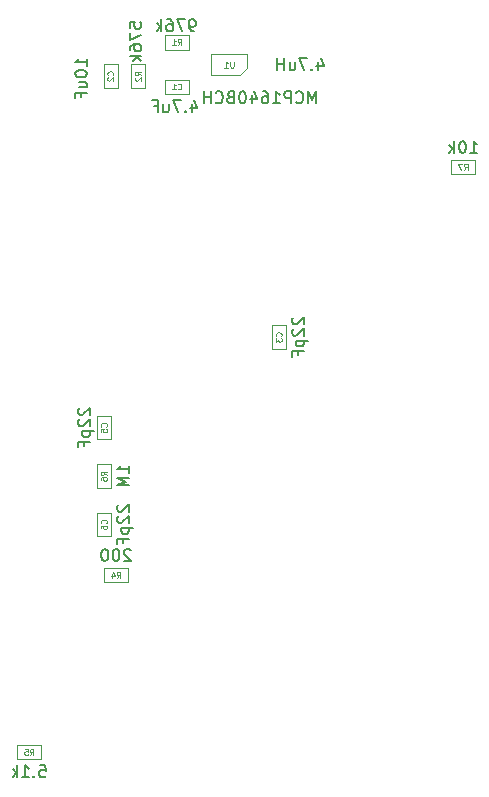
<source format=gbr>
G04 #@! TF.GenerationSoftware,KiCad,Pcbnew,5.0.1-33cea8e~68~ubuntu18.04.1*
G04 #@! TF.CreationDate,2018-11-21T16:18:05-05:00*
G04 #@! TF.ProjectId,samn,73616D6E2E6B696361645F7063620000,5*
G04 #@! TF.SameCoordinates,Original*
G04 #@! TF.FileFunction,Other,Fab,Bot*
%FSLAX46Y46*%
G04 Gerber Fmt 4.6, Leading zero omitted, Abs format (unit mm)*
G04 Created by KiCad (PCBNEW 5.0.1-33cea8e~68~ubuntu18.04.1) date Wed 21 Nov 2018 04:18:05 PM EST*
%MOMM*%
%LPD*%
G01*
G04 APERTURE LIST*
%ADD10C,0.100000*%
%ADD11C,0.150000*%
%ADD12C,0.080000*%
%ADD13C,0.075000*%
G04 APERTURE END LIST*
D10*
G04 #@! TO.C,R7*
X61050000Y-31750000D02*
X59050000Y-31750000D01*
X61050000Y-32950000D02*
X61050000Y-31750000D01*
X59050000Y-32950000D02*
X61050000Y-32950000D01*
X59050000Y-31750000D02*
X59050000Y-32950000D01*
G04 #@! TO.C,C2*
X29600000Y-23650000D02*
X29600000Y-25650000D01*
X30800000Y-23650000D02*
X29600000Y-23650000D01*
X30800000Y-25650000D02*
X30800000Y-23650000D01*
X29600000Y-25650000D02*
X30800000Y-25650000D01*
G04 #@! TO.C,C3*
X45050000Y-47750000D02*
X45050000Y-45750000D01*
X43850000Y-47750000D02*
X45050000Y-47750000D01*
X43850000Y-45750000D02*
X43850000Y-47750000D01*
X45050000Y-45750000D02*
X43850000Y-45750000D01*
G04 #@! TO.C,C5*
X29050000Y-53400000D02*
X29050000Y-55400000D01*
X30250000Y-53400000D02*
X29050000Y-53400000D01*
X30250000Y-55400000D02*
X30250000Y-53400000D01*
X29050000Y-55400000D02*
X30250000Y-55400000D01*
G04 #@! TO.C,C6*
X30250000Y-63600000D02*
X30250000Y-61600000D01*
X29050000Y-63600000D02*
X30250000Y-63600000D01*
X29050000Y-61600000D02*
X29050000Y-63600000D01*
X30250000Y-61600000D02*
X29050000Y-61600000D01*
G04 #@! TO.C,C1*
X34800000Y-26150000D02*
X36800000Y-26150000D01*
X34800000Y-24950000D02*
X34800000Y-26150000D01*
X36800000Y-24950000D02*
X34800000Y-24950000D01*
X36800000Y-26150000D02*
X36800000Y-24950000D01*
G04 #@! TO.C,U1*
X41787600Y-22795000D02*
X38687600Y-22795000D01*
X38687600Y-22795000D02*
X38687600Y-24595000D01*
X41137600Y-24595000D02*
X38687600Y-24595000D01*
X41787600Y-22795000D02*
X41787600Y-23945000D01*
X41137600Y-24595000D02*
X41787600Y-23945000D01*
G04 #@! TO.C,R4*
X31650000Y-66300000D02*
X29650000Y-66300000D01*
X31650000Y-67500000D02*
X31650000Y-66300000D01*
X29650000Y-67500000D02*
X31650000Y-67500000D01*
X29650000Y-66300000D02*
X29650000Y-67500000D01*
G04 #@! TO.C,R1*
X36800000Y-21200000D02*
X34800000Y-21200000D01*
X36800000Y-22400000D02*
X36800000Y-21200000D01*
X34800000Y-22400000D02*
X36800000Y-22400000D01*
X34800000Y-21200000D02*
X34800000Y-22400000D01*
G04 #@! TO.C,R2*
X33150000Y-25650000D02*
X33150000Y-23650000D01*
X31950000Y-25650000D02*
X33150000Y-25650000D01*
X31950000Y-23650000D02*
X31950000Y-25650000D01*
X33150000Y-23650000D02*
X31950000Y-23650000D01*
G04 #@! TO.C,R5*
X22300000Y-82500000D02*
X24300000Y-82500000D01*
X22300000Y-81300000D02*
X22300000Y-82500000D01*
X24300000Y-81300000D02*
X22300000Y-81300000D01*
X24300000Y-82500000D02*
X24300000Y-81300000D01*
G04 #@! TO.C,R6*
X30250000Y-59500000D02*
X30250000Y-57500000D01*
X29050000Y-59500000D02*
X30250000Y-59500000D01*
X29050000Y-57500000D02*
X29050000Y-59500000D01*
X30250000Y-57500000D02*
X29050000Y-57500000D01*
G04 #@! TD*
G04 #@! TO.C,R7*
D11*
X60645238Y-31152380D02*
X61216666Y-31152380D01*
X60930952Y-31152380D02*
X60930952Y-30152380D01*
X61026190Y-30295238D01*
X61121428Y-30390476D01*
X61216666Y-30438095D01*
X60026190Y-30152380D02*
X59930952Y-30152380D01*
X59835714Y-30200000D01*
X59788095Y-30247619D01*
X59740476Y-30342857D01*
X59692857Y-30533333D01*
X59692857Y-30771428D01*
X59740476Y-30961904D01*
X59788095Y-31057142D01*
X59835714Y-31104761D01*
X59930952Y-31152380D01*
X60026190Y-31152380D01*
X60121428Y-31104761D01*
X60169047Y-31057142D01*
X60216666Y-30961904D01*
X60264285Y-30771428D01*
X60264285Y-30533333D01*
X60216666Y-30342857D01*
X60169047Y-30247619D01*
X60121428Y-30200000D01*
X60026190Y-30152380D01*
X59264285Y-31152380D02*
X59264285Y-30152380D01*
X59169047Y-30771428D02*
X58883333Y-31152380D01*
X58883333Y-30485714D02*
X59264285Y-30866666D01*
D12*
X60133333Y-32576190D02*
X60300000Y-32338095D01*
X60419047Y-32576190D02*
X60419047Y-32076190D01*
X60228571Y-32076190D01*
X60180952Y-32100000D01*
X60157142Y-32123809D01*
X60133333Y-32171428D01*
X60133333Y-32242857D01*
X60157142Y-32290476D01*
X60180952Y-32314285D01*
X60228571Y-32338095D01*
X60419047Y-32338095D01*
X59966666Y-32076190D02*
X59633333Y-32076190D01*
X59847619Y-32576190D01*
G04 #@! TO.C,L1*
D11*
X47750000Y-23485714D02*
X47750000Y-24152380D01*
X47988095Y-23104761D02*
X48226190Y-23819047D01*
X47607142Y-23819047D01*
X47226190Y-24057142D02*
X47178571Y-24104761D01*
X47226190Y-24152380D01*
X47273809Y-24104761D01*
X47226190Y-24057142D01*
X47226190Y-24152380D01*
X46845238Y-23152380D02*
X46178571Y-23152380D01*
X46607142Y-24152380D01*
X45369047Y-23485714D02*
X45369047Y-24152380D01*
X45797619Y-23485714D02*
X45797619Y-24009523D01*
X45750000Y-24104761D01*
X45654761Y-24152380D01*
X45511904Y-24152380D01*
X45416666Y-24104761D01*
X45369047Y-24057142D01*
X44892857Y-24152380D02*
X44892857Y-23152380D01*
X44892857Y-23628571D02*
X44321428Y-23628571D01*
X44321428Y-24152380D02*
X44321428Y-23152380D01*
G04 #@! TO.C,C2*
X28202380Y-23778571D02*
X28202380Y-23207142D01*
X28202380Y-23492857D02*
X27202380Y-23492857D01*
X27345238Y-23397619D01*
X27440476Y-23302380D01*
X27488095Y-23207142D01*
X27202380Y-24397619D02*
X27202380Y-24492857D01*
X27250000Y-24588095D01*
X27297619Y-24635714D01*
X27392857Y-24683333D01*
X27583333Y-24730952D01*
X27821428Y-24730952D01*
X28011904Y-24683333D01*
X28107142Y-24635714D01*
X28154761Y-24588095D01*
X28202380Y-24492857D01*
X28202380Y-24397619D01*
X28154761Y-24302380D01*
X28107142Y-24254761D01*
X28011904Y-24207142D01*
X27821428Y-24159523D01*
X27583333Y-24159523D01*
X27392857Y-24207142D01*
X27297619Y-24254761D01*
X27250000Y-24302380D01*
X27202380Y-24397619D01*
X27535714Y-25588095D02*
X28202380Y-25588095D01*
X27535714Y-25159523D02*
X28059523Y-25159523D01*
X28154761Y-25207142D01*
X28202380Y-25302380D01*
X28202380Y-25445238D01*
X28154761Y-25540476D01*
X28107142Y-25588095D01*
X27678571Y-26397619D02*
X27678571Y-26064285D01*
X28202380Y-26064285D02*
X27202380Y-26064285D01*
X27202380Y-26540476D01*
D12*
X30378571Y-24566666D02*
X30402380Y-24542857D01*
X30426190Y-24471428D01*
X30426190Y-24423809D01*
X30402380Y-24352380D01*
X30354761Y-24304761D01*
X30307142Y-24280952D01*
X30211904Y-24257142D01*
X30140476Y-24257142D01*
X30045238Y-24280952D01*
X29997619Y-24304761D01*
X29950000Y-24352380D01*
X29926190Y-24423809D01*
X29926190Y-24471428D01*
X29950000Y-24542857D01*
X29973809Y-24566666D01*
X29973809Y-24757142D02*
X29950000Y-24780952D01*
X29926190Y-24828571D01*
X29926190Y-24947619D01*
X29950000Y-24995238D01*
X29973809Y-25019047D01*
X30021428Y-25042857D01*
X30069047Y-25042857D01*
X30140476Y-25019047D01*
X30426190Y-24733333D01*
X30426190Y-25042857D01*
G04 #@! TO.C,C3*
D11*
X45647619Y-45107142D02*
X45600000Y-45154761D01*
X45552380Y-45250000D01*
X45552380Y-45488095D01*
X45600000Y-45583333D01*
X45647619Y-45630952D01*
X45742857Y-45678571D01*
X45838095Y-45678571D01*
X45980952Y-45630952D01*
X46552380Y-45059523D01*
X46552380Y-45678571D01*
X45647619Y-46059523D02*
X45600000Y-46107142D01*
X45552380Y-46202380D01*
X45552380Y-46440476D01*
X45600000Y-46535714D01*
X45647619Y-46583333D01*
X45742857Y-46630952D01*
X45838095Y-46630952D01*
X45980952Y-46583333D01*
X46552380Y-46011904D01*
X46552380Y-46630952D01*
X45885714Y-47059523D02*
X46885714Y-47059523D01*
X45933333Y-47059523D02*
X45885714Y-47154761D01*
X45885714Y-47345238D01*
X45933333Y-47440476D01*
X45980952Y-47488095D01*
X46076190Y-47535714D01*
X46361904Y-47535714D01*
X46457142Y-47488095D01*
X46504761Y-47440476D01*
X46552380Y-47345238D01*
X46552380Y-47154761D01*
X46504761Y-47059523D01*
X46028571Y-48297619D02*
X46028571Y-47964285D01*
X46552380Y-47964285D02*
X45552380Y-47964285D01*
X45552380Y-48440476D01*
D12*
X44628571Y-46666666D02*
X44652380Y-46642857D01*
X44676190Y-46571428D01*
X44676190Y-46523809D01*
X44652380Y-46452380D01*
X44604761Y-46404761D01*
X44557142Y-46380952D01*
X44461904Y-46357142D01*
X44390476Y-46357142D01*
X44295238Y-46380952D01*
X44247619Y-46404761D01*
X44200000Y-46452380D01*
X44176190Y-46523809D01*
X44176190Y-46571428D01*
X44200000Y-46642857D01*
X44223809Y-46666666D01*
X44176190Y-46833333D02*
X44176190Y-47142857D01*
X44366666Y-46976190D01*
X44366666Y-47047619D01*
X44390476Y-47095238D01*
X44414285Y-47119047D01*
X44461904Y-47142857D01*
X44580952Y-47142857D01*
X44628571Y-47119047D01*
X44652380Y-47095238D01*
X44676190Y-47047619D01*
X44676190Y-46904761D01*
X44652380Y-46857142D01*
X44628571Y-46833333D01*
G04 #@! TO.C,C5*
D11*
X27547619Y-52757142D02*
X27500000Y-52804761D01*
X27452380Y-52900000D01*
X27452380Y-53138095D01*
X27500000Y-53233333D01*
X27547619Y-53280952D01*
X27642857Y-53328571D01*
X27738095Y-53328571D01*
X27880952Y-53280952D01*
X28452380Y-52709523D01*
X28452380Y-53328571D01*
X27547619Y-53709523D02*
X27500000Y-53757142D01*
X27452380Y-53852380D01*
X27452380Y-54090476D01*
X27500000Y-54185714D01*
X27547619Y-54233333D01*
X27642857Y-54280952D01*
X27738095Y-54280952D01*
X27880952Y-54233333D01*
X28452380Y-53661904D01*
X28452380Y-54280952D01*
X27785714Y-54709523D02*
X28785714Y-54709523D01*
X27833333Y-54709523D02*
X27785714Y-54804761D01*
X27785714Y-54995238D01*
X27833333Y-55090476D01*
X27880952Y-55138095D01*
X27976190Y-55185714D01*
X28261904Y-55185714D01*
X28357142Y-55138095D01*
X28404761Y-55090476D01*
X28452380Y-54995238D01*
X28452380Y-54804761D01*
X28404761Y-54709523D01*
X27928571Y-55947619D02*
X27928571Y-55614285D01*
X28452380Y-55614285D02*
X27452380Y-55614285D01*
X27452380Y-56090476D01*
D12*
X29828571Y-54316666D02*
X29852380Y-54292857D01*
X29876190Y-54221428D01*
X29876190Y-54173809D01*
X29852380Y-54102380D01*
X29804761Y-54054761D01*
X29757142Y-54030952D01*
X29661904Y-54007142D01*
X29590476Y-54007142D01*
X29495238Y-54030952D01*
X29447619Y-54054761D01*
X29400000Y-54102380D01*
X29376190Y-54173809D01*
X29376190Y-54221428D01*
X29400000Y-54292857D01*
X29423809Y-54316666D01*
X29376190Y-54769047D02*
X29376190Y-54530952D01*
X29614285Y-54507142D01*
X29590476Y-54530952D01*
X29566666Y-54578571D01*
X29566666Y-54697619D01*
X29590476Y-54745238D01*
X29614285Y-54769047D01*
X29661904Y-54792857D01*
X29780952Y-54792857D01*
X29828571Y-54769047D01*
X29852380Y-54745238D01*
X29876190Y-54697619D01*
X29876190Y-54578571D01*
X29852380Y-54530952D01*
X29828571Y-54507142D01*
G04 #@! TO.C,C6*
D11*
X30847619Y-60957142D02*
X30800000Y-61004761D01*
X30752380Y-61100000D01*
X30752380Y-61338095D01*
X30800000Y-61433333D01*
X30847619Y-61480952D01*
X30942857Y-61528571D01*
X31038095Y-61528571D01*
X31180952Y-61480952D01*
X31752380Y-60909523D01*
X31752380Y-61528571D01*
X30847619Y-61909523D02*
X30800000Y-61957142D01*
X30752380Y-62052380D01*
X30752380Y-62290476D01*
X30800000Y-62385714D01*
X30847619Y-62433333D01*
X30942857Y-62480952D01*
X31038095Y-62480952D01*
X31180952Y-62433333D01*
X31752380Y-61861904D01*
X31752380Y-62480952D01*
X31085714Y-62909523D02*
X32085714Y-62909523D01*
X31133333Y-62909523D02*
X31085714Y-63004761D01*
X31085714Y-63195238D01*
X31133333Y-63290476D01*
X31180952Y-63338095D01*
X31276190Y-63385714D01*
X31561904Y-63385714D01*
X31657142Y-63338095D01*
X31704761Y-63290476D01*
X31752380Y-63195238D01*
X31752380Y-63004761D01*
X31704761Y-62909523D01*
X31228571Y-64147619D02*
X31228571Y-63814285D01*
X31752380Y-63814285D02*
X30752380Y-63814285D01*
X30752380Y-64290476D01*
D12*
X29828571Y-62516666D02*
X29852380Y-62492857D01*
X29876190Y-62421428D01*
X29876190Y-62373809D01*
X29852380Y-62302380D01*
X29804761Y-62254761D01*
X29757142Y-62230952D01*
X29661904Y-62207142D01*
X29590476Y-62207142D01*
X29495238Y-62230952D01*
X29447619Y-62254761D01*
X29400000Y-62302380D01*
X29376190Y-62373809D01*
X29376190Y-62421428D01*
X29400000Y-62492857D01*
X29423809Y-62516666D01*
X29376190Y-62945238D02*
X29376190Y-62850000D01*
X29400000Y-62802380D01*
X29423809Y-62778571D01*
X29495238Y-62730952D01*
X29590476Y-62707142D01*
X29780952Y-62707142D01*
X29828571Y-62730952D01*
X29852380Y-62754761D01*
X29876190Y-62802380D01*
X29876190Y-62897619D01*
X29852380Y-62945238D01*
X29828571Y-62969047D01*
X29780952Y-62992857D01*
X29661904Y-62992857D01*
X29614285Y-62969047D01*
X29590476Y-62945238D01*
X29566666Y-62897619D01*
X29566666Y-62802380D01*
X29590476Y-62754761D01*
X29614285Y-62730952D01*
X29661904Y-62707142D01*
G04 #@! TO.C,C1*
D11*
X37054761Y-27035714D02*
X37054761Y-27702380D01*
X37292857Y-26654761D02*
X37530952Y-27369047D01*
X36911904Y-27369047D01*
X36530952Y-27607142D02*
X36483333Y-27654761D01*
X36530952Y-27702380D01*
X36578571Y-27654761D01*
X36530952Y-27607142D01*
X36530952Y-27702380D01*
X36150000Y-26702380D02*
X35483333Y-26702380D01*
X35911904Y-27702380D01*
X34673809Y-27035714D02*
X34673809Y-27702380D01*
X35102380Y-27035714D02*
X35102380Y-27559523D01*
X35054761Y-27654761D01*
X34959523Y-27702380D01*
X34816666Y-27702380D01*
X34721428Y-27654761D01*
X34673809Y-27607142D01*
X33864285Y-27178571D02*
X34197619Y-27178571D01*
X34197619Y-27702380D02*
X34197619Y-26702380D01*
X33721428Y-26702380D01*
D12*
X35883333Y-25728571D02*
X35907142Y-25752380D01*
X35978571Y-25776190D01*
X36026190Y-25776190D01*
X36097619Y-25752380D01*
X36145238Y-25704761D01*
X36169047Y-25657142D01*
X36192857Y-25561904D01*
X36192857Y-25490476D01*
X36169047Y-25395238D01*
X36145238Y-25347619D01*
X36097619Y-25300000D01*
X36026190Y-25276190D01*
X35978571Y-25276190D01*
X35907142Y-25300000D01*
X35883333Y-25323809D01*
X35407142Y-25776190D02*
X35692857Y-25776190D01*
X35550000Y-25776190D02*
X35550000Y-25276190D01*
X35597619Y-25347619D01*
X35645238Y-25395238D01*
X35692857Y-25419047D01*
G04 #@! TO.C,U1*
D11*
X47611904Y-26952380D02*
X47611904Y-25952380D01*
X47278571Y-26666666D01*
X46945238Y-25952380D01*
X46945238Y-26952380D01*
X45897619Y-26857142D02*
X45945238Y-26904761D01*
X46088095Y-26952380D01*
X46183333Y-26952380D01*
X46326190Y-26904761D01*
X46421428Y-26809523D01*
X46469047Y-26714285D01*
X46516666Y-26523809D01*
X46516666Y-26380952D01*
X46469047Y-26190476D01*
X46421428Y-26095238D01*
X46326190Y-26000000D01*
X46183333Y-25952380D01*
X46088095Y-25952380D01*
X45945238Y-26000000D01*
X45897619Y-26047619D01*
X45469047Y-26952380D02*
X45469047Y-25952380D01*
X45088095Y-25952380D01*
X44992857Y-26000000D01*
X44945238Y-26047619D01*
X44897619Y-26142857D01*
X44897619Y-26285714D01*
X44945238Y-26380952D01*
X44992857Y-26428571D01*
X45088095Y-26476190D01*
X45469047Y-26476190D01*
X43945238Y-26952380D02*
X44516666Y-26952380D01*
X44230952Y-26952380D02*
X44230952Y-25952380D01*
X44326190Y-26095238D01*
X44421428Y-26190476D01*
X44516666Y-26238095D01*
X43088095Y-25952380D02*
X43278571Y-25952380D01*
X43373809Y-26000000D01*
X43421428Y-26047619D01*
X43516666Y-26190476D01*
X43564285Y-26380952D01*
X43564285Y-26761904D01*
X43516666Y-26857142D01*
X43469047Y-26904761D01*
X43373809Y-26952380D01*
X43183333Y-26952380D01*
X43088095Y-26904761D01*
X43040476Y-26857142D01*
X42992857Y-26761904D01*
X42992857Y-26523809D01*
X43040476Y-26428571D01*
X43088095Y-26380952D01*
X43183333Y-26333333D01*
X43373809Y-26333333D01*
X43469047Y-26380952D01*
X43516666Y-26428571D01*
X43564285Y-26523809D01*
X42135714Y-26285714D02*
X42135714Y-26952380D01*
X42373809Y-25904761D02*
X42611904Y-26619047D01*
X41992857Y-26619047D01*
X41421428Y-25952380D02*
X41326190Y-25952380D01*
X41230952Y-26000000D01*
X41183333Y-26047619D01*
X41135714Y-26142857D01*
X41088095Y-26333333D01*
X41088095Y-26571428D01*
X41135714Y-26761904D01*
X41183333Y-26857142D01*
X41230952Y-26904761D01*
X41326190Y-26952380D01*
X41421428Y-26952380D01*
X41516666Y-26904761D01*
X41564285Y-26857142D01*
X41611904Y-26761904D01*
X41659523Y-26571428D01*
X41659523Y-26333333D01*
X41611904Y-26142857D01*
X41564285Y-26047619D01*
X41516666Y-26000000D01*
X41421428Y-25952380D01*
X40326190Y-26428571D02*
X40183333Y-26476190D01*
X40135714Y-26523809D01*
X40088095Y-26619047D01*
X40088095Y-26761904D01*
X40135714Y-26857142D01*
X40183333Y-26904761D01*
X40278571Y-26952380D01*
X40659523Y-26952380D01*
X40659523Y-25952380D01*
X40326190Y-25952380D01*
X40230952Y-26000000D01*
X40183333Y-26047619D01*
X40135714Y-26142857D01*
X40135714Y-26238095D01*
X40183333Y-26333333D01*
X40230952Y-26380952D01*
X40326190Y-26428571D01*
X40659523Y-26428571D01*
X39088095Y-26857142D02*
X39135714Y-26904761D01*
X39278571Y-26952380D01*
X39373809Y-26952380D01*
X39516666Y-26904761D01*
X39611904Y-26809523D01*
X39659523Y-26714285D01*
X39707142Y-26523809D01*
X39707142Y-26380952D01*
X39659523Y-26190476D01*
X39611904Y-26095238D01*
X39516666Y-26000000D01*
X39373809Y-25952380D01*
X39278571Y-25952380D01*
X39135714Y-26000000D01*
X39088095Y-26047619D01*
X38659523Y-26952380D02*
X38659523Y-25952380D01*
X38659523Y-26428571D02*
X38088095Y-26428571D01*
X38088095Y-26952380D02*
X38088095Y-25952380D01*
D13*
X40618552Y-23421190D02*
X40618552Y-23825952D01*
X40594742Y-23873571D01*
X40570933Y-23897380D01*
X40523314Y-23921190D01*
X40428076Y-23921190D01*
X40380457Y-23897380D01*
X40356647Y-23873571D01*
X40332838Y-23825952D01*
X40332838Y-23421190D01*
X39832838Y-23921190D02*
X40118552Y-23921190D01*
X39975695Y-23921190D02*
X39975695Y-23421190D01*
X40023314Y-23492619D01*
X40070933Y-23540238D01*
X40118552Y-23564047D01*
G04 #@! TO.C,R4*
D11*
X31888095Y-64797619D02*
X31840476Y-64750000D01*
X31745238Y-64702380D01*
X31507142Y-64702380D01*
X31411904Y-64750000D01*
X31364285Y-64797619D01*
X31316666Y-64892857D01*
X31316666Y-64988095D01*
X31364285Y-65130952D01*
X31935714Y-65702380D01*
X31316666Y-65702380D01*
X30697619Y-64702380D02*
X30602380Y-64702380D01*
X30507142Y-64750000D01*
X30459523Y-64797619D01*
X30411904Y-64892857D01*
X30364285Y-65083333D01*
X30364285Y-65321428D01*
X30411904Y-65511904D01*
X30459523Y-65607142D01*
X30507142Y-65654761D01*
X30602380Y-65702380D01*
X30697619Y-65702380D01*
X30792857Y-65654761D01*
X30840476Y-65607142D01*
X30888095Y-65511904D01*
X30935714Y-65321428D01*
X30935714Y-65083333D01*
X30888095Y-64892857D01*
X30840476Y-64797619D01*
X30792857Y-64750000D01*
X30697619Y-64702380D01*
X29745238Y-64702380D02*
X29650000Y-64702380D01*
X29554761Y-64750000D01*
X29507142Y-64797619D01*
X29459523Y-64892857D01*
X29411904Y-65083333D01*
X29411904Y-65321428D01*
X29459523Y-65511904D01*
X29507142Y-65607142D01*
X29554761Y-65654761D01*
X29650000Y-65702380D01*
X29745238Y-65702380D01*
X29840476Y-65654761D01*
X29888095Y-65607142D01*
X29935714Y-65511904D01*
X29983333Y-65321428D01*
X29983333Y-65083333D01*
X29935714Y-64892857D01*
X29888095Y-64797619D01*
X29840476Y-64750000D01*
X29745238Y-64702380D01*
D12*
X30733333Y-67126190D02*
X30900000Y-66888095D01*
X31019047Y-67126190D02*
X31019047Y-66626190D01*
X30828571Y-66626190D01*
X30780952Y-66650000D01*
X30757142Y-66673809D01*
X30733333Y-66721428D01*
X30733333Y-66792857D01*
X30757142Y-66840476D01*
X30780952Y-66864285D01*
X30828571Y-66888095D01*
X31019047Y-66888095D01*
X30304761Y-66792857D02*
X30304761Y-67126190D01*
X30423809Y-66602380D02*
X30542857Y-66959523D01*
X30233333Y-66959523D01*
G04 #@! TO.C,R1*
D11*
X37297619Y-20852380D02*
X37107142Y-20852380D01*
X37011904Y-20804761D01*
X36964285Y-20757142D01*
X36869047Y-20614285D01*
X36821428Y-20423809D01*
X36821428Y-20042857D01*
X36869047Y-19947619D01*
X36916666Y-19900000D01*
X37011904Y-19852380D01*
X37202380Y-19852380D01*
X37297619Y-19900000D01*
X37345238Y-19947619D01*
X37392857Y-20042857D01*
X37392857Y-20280952D01*
X37345238Y-20376190D01*
X37297619Y-20423809D01*
X37202380Y-20471428D01*
X37011904Y-20471428D01*
X36916666Y-20423809D01*
X36869047Y-20376190D01*
X36821428Y-20280952D01*
X36488095Y-19852380D02*
X35821428Y-19852380D01*
X36250000Y-20852380D01*
X35011904Y-19852380D02*
X35202380Y-19852380D01*
X35297619Y-19900000D01*
X35345238Y-19947619D01*
X35440476Y-20090476D01*
X35488095Y-20280952D01*
X35488095Y-20661904D01*
X35440476Y-20757142D01*
X35392857Y-20804761D01*
X35297619Y-20852380D01*
X35107142Y-20852380D01*
X35011904Y-20804761D01*
X34964285Y-20757142D01*
X34916666Y-20661904D01*
X34916666Y-20423809D01*
X34964285Y-20328571D01*
X35011904Y-20280952D01*
X35107142Y-20233333D01*
X35297619Y-20233333D01*
X35392857Y-20280952D01*
X35440476Y-20328571D01*
X35488095Y-20423809D01*
X34488095Y-20852380D02*
X34488095Y-19852380D01*
X34392857Y-20471428D02*
X34107142Y-20852380D01*
X34107142Y-20185714D02*
X34488095Y-20566666D01*
D12*
X35883333Y-22026190D02*
X36050000Y-21788095D01*
X36169047Y-22026190D02*
X36169047Y-21526190D01*
X35978571Y-21526190D01*
X35930952Y-21550000D01*
X35907142Y-21573809D01*
X35883333Y-21621428D01*
X35883333Y-21692857D01*
X35907142Y-21740476D01*
X35930952Y-21764285D01*
X35978571Y-21788095D01*
X36169047Y-21788095D01*
X35407142Y-22026190D02*
X35692857Y-22026190D01*
X35550000Y-22026190D02*
X35550000Y-21526190D01*
X35597619Y-21597619D01*
X35645238Y-21645238D01*
X35692857Y-21669047D01*
G04 #@! TO.C,R2*
D11*
X31802380Y-20580952D02*
X31802380Y-20104761D01*
X32278571Y-20057142D01*
X32230952Y-20104761D01*
X32183333Y-20200000D01*
X32183333Y-20438095D01*
X32230952Y-20533333D01*
X32278571Y-20580952D01*
X32373809Y-20628571D01*
X32611904Y-20628571D01*
X32707142Y-20580952D01*
X32754761Y-20533333D01*
X32802380Y-20438095D01*
X32802380Y-20200000D01*
X32754761Y-20104761D01*
X32707142Y-20057142D01*
X31802380Y-20961904D02*
X31802380Y-21628571D01*
X32802380Y-21200000D01*
X31802380Y-22438095D02*
X31802380Y-22247619D01*
X31850000Y-22152380D01*
X31897619Y-22104761D01*
X32040476Y-22009523D01*
X32230952Y-21961904D01*
X32611904Y-21961904D01*
X32707142Y-22009523D01*
X32754761Y-22057142D01*
X32802380Y-22152380D01*
X32802380Y-22342857D01*
X32754761Y-22438095D01*
X32707142Y-22485714D01*
X32611904Y-22533333D01*
X32373809Y-22533333D01*
X32278571Y-22485714D01*
X32230952Y-22438095D01*
X32183333Y-22342857D01*
X32183333Y-22152380D01*
X32230952Y-22057142D01*
X32278571Y-22009523D01*
X32373809Y-21961904D01*
X32802380Y-22961904D02*
X31802380Y-22961904D01*
X32421428Y-23057142D02*
X32802380Y-23342857D01*
X32135714Y-23342857D02*
X32516666Y-22961904D01*
D12*
X32776190Y-24566666D02*
X32538095Y-24400000D01*
X32776190Y-24280952D02*
X32276190Y-24280952D01*
X32276190Y-24471428D01*
X32300000Y-24519047D01*
X32323809Y-24542857D01*
X32371428Y-24566666D01*
X32442857Y-24566666D01*
X32490476Y-24542857D01*
X32514285Y-24519047D01*
X32538095Y-24471428D01*
X32538095Y-24280952D01*
X32323809Y-24757142D02*
X32300000Y-24780952D01*
X32276190Y-24828571D01*
X32276190Y-24947619D01*
X32300000Y-24995238D01*
X32323809Y-25019047D01*
X32371428Y-25042857D01*
X32419047Y-25042857D01*
X32490476Y-25019047D01*
X32776190Y-24733333D01*
X32776190Y-25042857D01*
G04 #@! TO.C,R5*
D11*
X24180952Y-83002380D02*
X24657142Y-83002380D01*
X24704761Y-83478571D01*
X24657142Y-83430952D01*
X24561904Y-83383333D01*
X24323809Y-83383333D01*
X24228571Y-83430952D01*
X24180952Y-83478571D01*
X24133333Y-83573809D01*
X24133333Y-83811904D01*
X24180952Y-83907142D01*
X24228571Y-83954761D01*
X24323809Y-84002380D01*
X24561904Y-84002380D01*
X24657142Y-83954761D01*
X24704761Y-83907142D01*
X23704761Y-83907142D02*
X23657142Y-83954761D01*
X23704761Y-84002380D01*
X23752380Y-83954761D01*
X23704761Y-83907142D01*
X23704761Y-84002380D01*
X22704761Y-84002380D02*
X23276190Y-84002380D01*
X22990476Y-84002380D02*
X22990476Y-83002380D01*
X23085714Y-83145238D01*
X23180952Y-83240476D01*
X23276190Y-83288095D01*
X22276190Y-84002380D02*
X22276190Y-83002380D01*
X22180952Y-83621428D02*
X21895238Y-84002380D01*
X21895238Y-83335714D02*
X22276190Y-83716666D01*
D12*
X23383333Y-82126190D02*
X23550000Y-81888095D01*
X23669047Y-82126190D02*
X23669047Y-81626190D01*
X23478571Y-81626190D01*
X23430952Y-81650000D01*
X23407142Y-81673809D01*
X23383333Y-81721428D01*
X23383333Y-81792857D01*
X23407142Y-81840476D01*
X23430952Y-81864285D01*
X23478571Y-81888095D01*
X23669047Y-81888095D01*
X22930952Y-81626190D02*
X23169047Y-81626190D01*
X23192857Y-81864285D01*
X23169047Y-81840476D01*
X23121428Y-81816666D01*
X23002380Y-81816666D01*
X22954761Y-81840476D01*
X22930952Y-81864285D01*
X22907142Y-81911904D01*
X22907142Y-82030952D01*
X22930952Y-82078571D01*
X22954761Y-82102380D01*
X23002380Y-82126190D01*
X23121428Y-82126190D01*
X23169047Y-82102380D01*
X23192857Y-82078571D01*
G04 #@! TO.C,R6*
D11*
X31752380Y-58214285D02*
X31752380Y-57642857D01*
X31752380Y-57928571D02*
X30752380Y-57928571D01*
X30895238Y-57833333D01*
X30990476Y-57738095D01*
X31038095Y-57642857D01*
X31752380Y-58642857D02*
X30752380Y-58642857D01*
X31466666Y-58976190D01*
X30752380Y-59309523D01*
X31752380Y-59309523D01*
D12*
X29876190Y-58416666D02*
X29638095Y-58250000D01*
X29876190Y-58130952D02*
X29376190Y-58130952D01*
X29376190Y-58321428D01*
X29400000Y-58369047D01*
X29423809Y-58392857D01*
X29471428Y-58416666D01*
X29542857Y-58416666D01*
X29590476Y-58392857D01*
X29614285Y-58369047D01*
X29638095Y-58321428D01*
X29638095Y-58130952D01*
X29376190Y-58845238D02*
X29376190Y-58750000D01*
X29400000Y-58702380D01*
X29423809Y-58678571D01*
X29495238Y-58630952D01*
X29590476Y-58607142D01*
X29780952Y-58607142D01*
X29828571Y-58630952D01*
X29852380Y-58654761D01*
X29876190Y-58702380D01*
X29876190Y-58797619D01*
X29852380Y-58845238D01*
X29828571Y-58869047D01*
X29780952Y-58892857D01*
X29661904Y-58892857D01*
X29614285Y-58869047D01*
X29590476Y-58845238D01*
X29566666Y-58797619D01*
X29566666Y-58702380D01*
X29590476Y-58654761D01*
X29614285Y-58630952D01*
X29661904Y-58607142D01*
G04 #@! TD*
M02*

</source>
